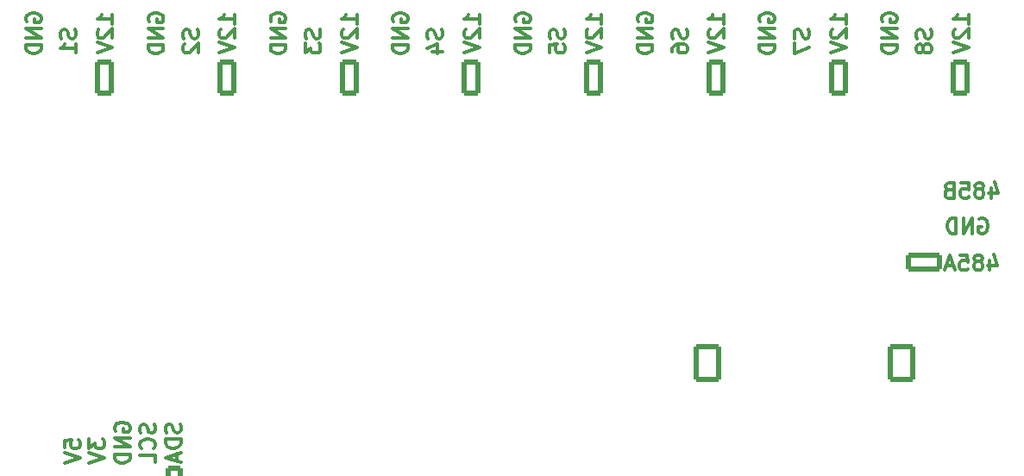
<source format=gbr>
%TF.GenerationSoftware,KiCad,Pcbnew,8.0.4*%
%TF.CreationDate,2024-11-13T17:28:34+01:00*%
%TF.ProjectId,esp32_octal_wled,65737033-325f-46f6-9374-616c5f776c65,rev?*%
%TF.SameCoordinates,Original*%
%TF.FileFunction,Legend,Bot*%
%TF.FilePolarity,Positive*%
%FSLAX46Y46*%
G04 Gerber Fmt 4.6, Leading zero omitted, Abs format (unit mm)*
G04 Created by KiCad (PCBNEW 8.0.4) date 2024-11-13 17:28:34*
%MOMM*%
%LPD*%
G01*
G04 APERTURE LIST*
G04 Aperture macros list*
%AMRoundRect*
0 Rectangle with rounded corners*
0 $1 Rounding radius*
0 $2 $3 $4 $5 $6 $7 $8 $9 X,Y pos of 4 corners*
0 Add a 4 corners polygon primitive as box body*
4,1,4,$2,$3,$4,$5,$6,$7,$8,$9,$2,$3,0*
0 Add four circle primitives for the rounded corners*
1,1,$1+$1,$2,$3*
1,1,$1+$1,$4,$5*
1,1,$1+$1,$6,$7*
1,1,$1+$1,$8,$9*
0 Add four rect primitives between the rounded corners*
20,1,$1+$1,$2,$3,$4,$5,0*
20,1,$1+$1,$4,$5,$6,$7,0*
20,1,$1+$1,$6,$7,$8,$9,0*
20,1,$1+$1,$8,$9,$2,$3,0*%
G04 Aperture macros list end*
%ADD10C,0.300000*%
%ADD11C,2.000000*%
%ADD12RoundRect,0.250000X0.650000X1.550000X-0.650000X1.550000X-0.650000X-1.550000X0.650000X-1.550000X0*%
%ADD13O,1.800000X3.600000*%
%ADD14C,3.200000*%
%ADD15C,3.000000*%
%ADD16RoundRect,0.250001X1.099999X1.599999X-1.099999X1.599999X-1.099999X-1.599999X1.099999X-1.599999X0*%
%ADD17O,2.700000X3.700000*%
%ADD18R,5.000000X5.000000*%
%ADD19C,1.600000*%
%ADD20O,1.400000X1.800000*%
%ADD21R,1.000000X1.000000*%
%ADD22O,1.000000X1.000000*%
%ADD23R,1.700000X1.700000*%
%ADD24O,1.700000X1.700000*%
%ADD25RoundRect,0.250000X1.550000X-0.650000X1.550000X0.650000X-1.550000X0.650000X-1.550000X-0.650000X0*%
%ADD26O,3.600000X1.800000*%
%ADD27RoundRect,0.250000X0.600000X0.725000X-0.600000X0.725000X-0.600000X-0.725000X0.600000X-0.725000X0*%
%ADD28O,1.700000X1.950000*%
G04 APERTURE END LIST*
D10*
X148492856Y-63778328D02*
X148492856Y-64778328D01*
X148849998Y-63206900D02*
X149207141Y-64278328D01*
X149207141Y-64278328D02*
X148278570Y-64278328D01*
X147492856Y-63921185D02*
X147635713Y-63849757D01*
X147635713Y-63849757D02*
X147707142Y-63778328D01*
X147707142Y-63778328D02*
X147778570Y-63635471D01*
X147778570Y-63635471D02*
X147778570Y-63564042D01*
X147778570Y-63564042D02*
X147707142Y-63421185D01*
X147707142Y-63421185D02*
X147635713Y-63349757D01*
X147635713Y-63349757D02*
X147492856Y-63278328D01*
X147492856Y-63278328D02*
X147207142Y-63278328D01*
X147207142Y-63278328D02*
X147064285Y-63349757D01*
X147064285Y-63349757D02*
X146992856Y-63421185D01*
X146992856Y-63421185D02*
X146921427Y-63564042D01*
X146921427Y-63564042D02*
X146921427Y-63635471D01*
X146921427Y-63635471D02*
X146992856Y-63778328D01*
X146992856Y-63778328D02*
X147064285Y-63849757D01*
X147064285Y-63849757D02*
X147207142Y-63921185D01*
X147207142Y-63921185D02*
X147492856Y-63921185D01*
X147492856Y-63921185D02*
X147635713Y-63992614D01*
X147635713Y-63992614D02*
X147707142Y-64064042D01*
X147707142Y-64064042D02*
X147778570Y-64206900D01*
X147778570Y-64206900D02*
X147778570Y-64492614D01*
X147778570Y-64492614D02*
X147707142Y-64635471D01*
X147707142Y-64635471D02*
X147635713Y-64706900D01*
X147635713Y-64706900D02*
X147492856Y-64778328D01*
X147492856Y-64778328D02*
X147207142Y-64778328D01*
X147207142Y-64778328D02*
X147064285Y-64706900D01*
X147064285Y-64706900D02*
X146992856Y-64635471D01*
X146992856Y-64635471D02*
X146921427Y-64492614D01*
X146921427Y-64492614D02*
X146921427Y-64206900D01*
X146921427Y-64206900D02*
X146992856Y-64064042D01*
X146992856Y-64064042D02*
X147064285Y-63992614D01*
X147064285Y-63992614D02*
X147207142Y-63921185D01*
X145564285Y-63278328D02*
X146278571Y-63278328D01*
X146278571Y-63278328D02*
X146349999Y-63992614D01*
X146349999Y-63992614D02*
X146278571Y-63921185D01*
X146278571Y-63921185D02*
X146135714Y-63849757D01*
X146135714Y-63849757D02*
X145778571Y-63849757D01*
X145778571Y-63849757D02*
X145635714Y-63921185D01*
X145635714Y-63921185D02*
X145564285Y-63992614D01*
X145564285Y-63992614D02*
X145492856Y-64135471D01*
X145492856Y-64135471D02*
X145492856Y-64492614D01*
X145492856Y-64492614D02*
X145564285Y-64635471D01*
X145564285Y-64635471D02*
X145635714Y-64706900D01*
X145635714Y-64706900D02*
X145778571Y-64778328D01*
X145778571Y-64778328D02*
X146135714Y-64778328D01*
X146135714Y-64778328D02*
X146278571Y-64706900D01*
X146278571Y-64706900D02*
X146349999Y-64635471D01*
X144350000Y-63992614D02*
X144135714Y-64064042D01*
X144135714Y-64064042D02*
X144064285Y-64135471D01*
X144064285Y-64135471D02*
X143992857Y-64278328D01*
X143992857Y-64278328D02*
X143992857Y-64492614D01*
X143992857Y-64492614D02*
X144064285Y-64635471D01*
X144064285Y-64635471D02*
X144135714Y-64706900D01*
X144135714Y-64706900D02*
X144278571Y-64778328D01*
X144278571Y-64778328D02*
X144850000Y-64778328D01*
X144850000Y-64778328D02*
X144850000Y-63278328D01*
X144850000Y-63278328D02*
X144350000Y-63278328D01*
X144350000Y-63278328D02*
X144207143Y-63349757D01*
X144207143Y-63349757D02*
X144135714Y-63421185D01*
X144135714Y-63421185D02*
X144064285Y-63564042D01*
X144064285Y-63564042D02*
X144064285Y-63706900D01*
X144064285Y-63706900D02*
X144135714Y-63849757D01*
X144135714Y-63849757D02*
X144207143Y-63921185D01*
X144207143Y-63921185D02*
X144350000Y-63992614D01*
X144350000Y-63992614D02*
X144850000Y-63992614D01*
X148385713Y-70878328D02*
X148385713Y-71878328D01*
X148742855Y-70306900D02*
X149099998Y-71378328D01*
X149099998Y-71378328D02*
X148171427Y-71378328D01*
X147385713Y-71021185D02*
X147528570Y-70949757D01*
X147528570Y-70949757D02*
X147599999Y-70878328D01*
X147599999Y-70878328D02*
X147671427Y-70735471D01*
X147671427Y-70735471D02*
X147671427Y-70664042D01*
X147671427Y-70664042D02*
X147599999Y-70521185D01*
X147599999Y-70521185D02*
X147528570Y-70449757D01*
X147528570Y-70449757D02*
X147385713Y-70378328D01*
X147385713Y-70378328D02*
X147099999Y-70378328D01*
X147099999Y-70378328D02*
X146957142Y-70449757D01*
X146957142Y-70449757D02*
X146885713Y-70521185D01*
X146885713Y-70521185D02*
X146814284Y-70664042D01*
X146814284Y-70664042D02*
X146814284Y-70735471D01*
X146814284Y-70735471D02*
X146885713Y-70878328D01*
X146885713Y-70878328D02*
X146957142Y-70949757D01*
X146957142Y-70949757D02*
X147099999Y-71021185D01*
X147099999Y-71021185D02*
X147385713Y-71021185D01*
X147385713Y-71021185D02*
X147528570Y-71092614D01*
X147528570Y-71092614D02*
X147599999Y-71164042D01*
X147599999Y-71164042D02*
X147671427Y-71306900D01*
X147671427Y-71306900D02*
X147671427Y-71592614D01*
X147671427Y-71592614D02*
X147599999Y-71735471D01*
X147599999Y-71735471D02*
X147528570Y-71806900D01*
X147528570Y-71806900D02*
X147385713Y-71878328D01*
X147385713Y-71878328D02*
X147099999Y-71878328D01*
X147099999Y-71878328D02*
X146957142Y-71806900D01*
X146957142Y-71806900D02*
X146885713Y-71735471D01*
X146885713Y-71735471D02*
X146814284Y-71592614D01*
X146814284Y-71592614D02*
X146814284Y-71306900D01*
X146814284Y-71306900D02*
X146885713Y-71164042D01*
X146885713Y-71164042D02*
X146957142Y-71092614D01*
X146957142Y-71092614D02*
X147099999Y-71021185D01*
X145457142Y-70378328D02*
X146171428Y-70378328D01*
X146171428Y-70378328D02*
X146242856Y-71092614D01*
X146242856Y-71092614D02*
X146171428Y-71021185D01*
X146171428Y-71021185D02*
X146028571Y-70949757D01*
X146028571Y-70949757D02*
X145671428Y-70949757D01*
X145671428Y-70949757D02*
X145528571Y-71021185D01*
X145528571Y-71021185D02*
X145457142Y-71092614D01*
X145457142Y-71092614D02*
X145385713Y-71235471D01*
X145385713Y-71235471D02*
X145385713Y-71592614D01*
X145385713Y-71592614D02*
X145457142Y-71735471D01*
X145457142Y-71735471D02*
X145528571Y-71806900D01*
X145528571Y-71806900D02*
X145671428Y-71878328D01*
X145671428Y-71878328D02*
X146028571Y-71878328D01*
X146028571Y-71878328D02*
X146171428Y-71806900D01*
X146171428Y-71806900D02*
X146242856Y-71735471D01*
X144814285Y-71449757D02*
X144100000Y-71449757D01*
X144957142Y-71878328D02*
X144457142Y-70378328D01*
X144457142Y-70378328D02*
X143957142Y-71878328D01*
X147342856Y-66849757D02*
X147485714Y-66778328D01*
X147485714Y-66778328D02*
X147699999Y-66778328D01*
X147699999Y-66778328D02*
X147914285Y-66849757D01*
X147914285Y-66849757D02*
X148057142Y-66992614D01*
X148057142Y-66992614D02*
X148128571Y-67135471D01*
X148128571Y-67135471D02*
X148199999Y-67421185D01*
X148199999Y-67421185D02*
X148199999Y-67635471D01*
X148199999Y-67635471D02*
X148128571Y-67921185D01*
X148128571Y-67921185D02*
X148057142Y-68064042D01*
X148057142Y-68064042D02*
X147914285Y-68206900D01*
X147914285Y-68206900D02*
X147699999Y-68278328D01*
X147699999Y-68278328D02*
X147557142Y-68278328D01*
X147557142Y-68278328D02*
X147342856Y-68206900D01*
X147342856Y-68206900D02*
X147271428Y-68135471D01*
X147271428Y-68135471D02*
X147271428Y-67635471D01*
X147271428Y-67635471D02*
X147557142Y-67635471D01*
X146628571Y-68278328D02*
X146628571Y-66778328D01*
X146628571Y-66778328D02*
X145771428Y-68278328D01*
X145771428Y-68278328D02*
X145771428Y-66778328D01*
X145057142Y-68278328D02*
X145057142Y-66778328D01*
X145057142Y-66778328D02*
X144699999Y-66778328D01*
X144699999Y-66778328D02*
X144485713Y-66849757D01*
X144485713Y-66849757D02*
X144342856Y-66992614D01*
X144342856Y-66992614D02*
X144271427Y-67135471D01*
X144271427Y-67135471D02*
X144199999Y-67421185D01*
X144199999Y-67421185D02*
X144199999Y-67635471D01*
X144199999Y-67635471D02*
X144271427Y-67921185D01*
X144271427Y-67921185D02*
X144342856Y-68064042D01*
X144342856Y-68064042D02*
X144485713Y-68206900D01*
X144485713Y-68206900D02*
X144699999Y-68278328D01*
X144699999Y-68278328D02*
X145057142Y-68278328D01*
X62549757Y-87657143D02*
X62478328Y-87514286D01*
X62478328Y-87514286D02*
X62478328Y-87300000D01*
X62478328Y-87300000D02*
X62549757Y-87085714D01*
X62549757Y-87085714D02*
X62692614Y-86942857D01*
X62692614Y-86942857D02*
X62835471Y-86871428D01*
X62835471Y-86871428D02*
X63121185Y-86800000D01*
X63121185Y-86800000D02*
X63335471Y-86800000D01*
X63335471Y-86800000D02*
X63621185Y-86871428D01*
X63621185Y-86871428D02*
X63764042Y-86942857D01*
X63764042Y-86942857D02*
X63906900Y-87085714D01*
X63906900Y-87085714D02*
X63978328Y-87300000D01*
X63978328Y-87300000D02*
X63978328Y-87442857D01*
X63978328Y-87442857D02*
X63906900Y-87657143D01*
X63906900Y-87657143D02*
X63835471Y-87728571D01*
X63835471Y-87728571D02*
X63335471Y-87728571D01*
X63335471Y-87728571D02*
X63335471Y-87442857D01*
X63978328Y-88371428D02*
X62478328Y-88371428D01*
X62478328Y-88371428D02*
X63978328Y-89228571D01*
X63978328Y-89228571D02*
X62478328Y-89228571D01*
X63978328Y-89942857D02*
X62478328Y-89942857D01*
X62478328Y-89942857D02*
X62478328Y-90300000D01*
X62478328Y-90300000D02*
X62549757Y-90514286D01*
X62549757Y-90514286D02*
X62692614Y-90657143D01*
X62692614Y-90657143D02*
X62835471Y-90728572D01*
X62835471Y-90728572D02*
X63121185Y-90800000D01*
X63121185Y-90800000D02*
X63335471Y-90800000D01*
X63335471Y-90800000D02*
X63621185Y-90728572D01*
X63621185Y-90728572D02*
X63764042Y-90657143D01*
X63764042Y-90657143D02*
X63906900Y-90514286D01*
X63906900Y-90514286D02*
X63978328Y-90300000D01*
X63978328Y-90300000D02*
X63978328Y-89942857D01*
X66406900Y-87014286D02*
X66478328Y-87228572D01*
X66478328Y-87228572D02*
X66478328Y-87585714D01*
X66478328Y-87585714D02*
X66406900Y-87728572D01*
X66406900Y-87728572D02*
X66335471Y-87800000D01*
X66335471Y-87800000D02*
X66192614Y-87871429D01*
X66192614Y-87871429D02*
X66049757Y-87871429D01*
X66049757Y-87871429D02*
X65906900Y-87800000D01*
X65906900Y-87800000D02*
X65835471Y-87728572D01*
X65835471Y-87728572D02*
X65764042Y-87585714D01*
X65764042Y-87585714D02*
X65692614Y-87300000D01*
X65692614Y-87300000D02*
X65621185Y-87157143D01*
X65621185Y-87157143D02*
X65549757Y-87085714D01*
X65549757Y-87085714D02*
X65406900Y-87014286D01*
X65406900Y-87014286D02*
X65264042Y-87014286D01*
X65264042Y-87014286D02*
X65121185Y-87085714D01*
X65121185Y-87085714D02*
X65049757Y-87157143D01*
X65049757Y-87157143D02*
X64978328Y-87300000D01*
X64978328Y-87300000D02*
X64978328Y-87657143D01*
X64978328Y-87657143D02*
X65049757Y-87871429D01*
X66335471Y-89371428D02*
X66406900Y-89300000D01*
X66406900Y-89300000D02*
X66478328Y-89085714D01*
X66478328Y-89085714D02*
X66478328Y-88942857D01*
X66478328Y-88942857D02*
X66406900Y-88728571D01*
X66406900Y-88728571D02*
X66264042Y-88585714D01*
X66264042Y-88585714D02*
X66121185Y-88514285D01*
X66121185Y-88514285D02*
X65835471Y-88442857D01*
X65835471Y-88442857D02*
X65621185Y-88442857D01*
X65621185Y-88442857D02*
X65335471Y-88514285D01*
X65335471Y-88514285D02*
X65192614Y-88585714D01*
X65192614Y-88585714D02*
X65049757Y-88728571D01*
X65049757Y-88728571D02*
X64978328Y-88942857D01*
X64978328Y-88942857D02*
X64978328Y-89085714D01*
X64978328Y-89085714D02*
X65049757Y-89300000D01*
X65049757Y-89300000D02*
X65121185Y-89371428D01*
X66478328Y-90728571D02*
X66478328Y-90014285D01*
X66478328Y-90014285D02*
X64978328Y-90014285D01*
X68906900Y-86978572D02*
X68978328Y-87192858D01*
X68978328Y-87192858D02*
X68978328Y-87550000D01*
X68978328Y-87550000D02*
X68906900Y-87692858D01*
X68906900Y-87692858D02*
X68835471Y-87764286D01*
X68835471Y-87764286D02*
X68692614Y-87835715D01*
X68692614Y-87835715D02*
X68549757Y-87835715D01*
X68549757Y-87835715D02*
X68406900Y-87764286D01*
X68406900Y-87764286D02*
X68335471Y-87692858D01*
X68335471Y-87692858D02*
X68264042Y-87550000D01*
X68264042Y-87550000D02*
X68192614Y-87264286D01*
X68192614Y-87264286D02*
X68121185Y-87121429D01*
X68121185Y-87121429D02*
X68049757Y-87050000D01*
X68049757Y-87050000D02*
X67906900Y-86978572D01*
X67906900Y-86978572D02*
X67764042Y-86978572D01*
X67764042Y-86978572D02*
X67621185Y-87050000D01*
X67621185Y-87050000D02*
X67549757Y-87121429D01*
X67549757Y-87121429D02*
X67478328Y-87264286D01*
X67478328Y-87264286D02*
X67478328Y-87621429D01*
X67478328Y-87621429D02*
X67549757Y-87835715D01*
X68978328Y-88478571D02*
X67478328Y-88478571D01*
X67478328Y-88478571D02*
X67478328Y-88835714D01*
X67478328Y-88835714D02*
X67549757Y-89050000D01*
X67549757Y-89050000D02*
X67692614Y-89192857D01*
X67692614Y-89192857D02*
X67835471Y-89264286D01*
X67835471Y-89264286D02*
X68121185Y-89335714D01*
X68121185Y-89335714D02*
X68335471Y-89335714D01*
X68335471Y-89335714D02*
X68621185Y-89264286D01*
X68621185Y-89264286D02*
X68764042Y-89192857D01*
X68764042Y-89192857D02*
X68906900Y-89050000D01*
X68906900Y-89050000D02*
X68978328Y-88835714D01*
X68978328Y-88835714D02*
X68978328Y-88478571D01*
X68549757Y-89907143D02*
X68549757Y-90621429D01*
X68978328Y-89764286D02*
X67478328Y-90264286D01*
X67478328Y-90264286D02*
X68978328Y-90764286D01*
X59978328Y-88457143D02*
X59978328Y-89385715D01*
X59978328Y-89385715D02*
X60549757Y-88885715D01*
X60549757Y-88885715D02*
X60549757Y-89100000D01*
X60549757Y-89100000D02*
X60621185Y-89242858D01*
X60621185Y-89242858D02*
X60692614Y-89314286D01*
X60692614Y-89314286D02*
X60835471Y-89385715D01*
X60835471Y-89385715D02*
X61192614Y-89385715D01*
X61192614Y-89385715D02*
X61335471Y-89314286D01*
X61335471Y-89314286D02*
X61406900Y-89242858D01*
X61406900Y-89242858D02*
X61478328Y-89100000D01*
X61478328Y-89100000D02*
X61478328Y-88671429D01*
X61478328Y-88671429D02*
X61406900Y-88528572D01*
X61406900Y-88528572D02*
X61335471Y-88457143D01*
X59978328Y-89814286D02*
X61478328Y-90314286D01*
X61478328Y-90314286D02*
X59978328Y-90814286D01*
X57578328Y-89314286D02*
X57578328Y-88600000D01*
X57578328Y-88600000D02*
X58292614Y-88528572D01*
X58292614Y-88528572D02*
X58221185Y-88600000D01*
X58221185Y-88600000D02*
X58149757Y-88742858D01*
X58149757Y-88742858D02*
X58149757Y-89100000D01*
X58149757Y-89100000D02*
X58221185Y-89242858D01*
X58221185Y-89242858D02*
X58292614Y-89314286D01*
X58292614Y-89314286D02*
X58435471Y-89385715D01*
X58435471Y-89385715D02*
X58792614Y-89385715D01*
X58792614Y-89385715D02*
X58935471Y-89314286D01*
X58935471Y-89314286D02*
X59006900Y-89242858D01*
X59006900Y-89242858D02*
X59078328Y-89100000D01*
X59078328Y-89100000D02*
X59078328Y-88742858D01*
X59078328Y-88742858D02*
X59006900Y-88600000D01*
X59006900Y-88600000D02*
X58935471Y-88528572D01*
X57578328Y-89814286D02*
X59078328Y-90314286D01*
X59078328Y-90314286D02*
X57578328Y-90814286D01*
X137849757Y-47457143D02*
X137778328Y-47314286D01*
X137778328Y-47314286D02*
X137778328Y-47100000D01*
X137778328Y-47100000D02*
X137849757Y-46885714D01*
X137849757Y-46885714D02*
X137992614Y-46742857D01*
X137992614Y-46742857D02*
X138135471Y-46671428D01*
X138135471Y-46671428D02*
X138421185Y-46600000D01*
X138421185Y-46600000D02*
X138635471Y-46600000D01*
X138635471Y-46600000D02*
X138921185Y-46671428D01*
X138921185Y-46671428D02*
X139064042Y-46742857D01*
X139064042Y-46742857D02*
X139206900Y-46885714D01*
X139206900Y-46885714D02*
X139278328Y-47100000D01*
X139278328Y-47100000D02*
X139278328Y-47242857D01*
X139278328Y-47242857D02*
X139206900Y-47457143D01*
X139206900Y-47457143D02*
X139135471Y-47528571D01*
X139135471Y-47528571D02*
X138635471Y-47528571D01*
X138635471Y-47528571D02*
X138635471Y-47242857D01*
X139278328Y-48171428D02*
X137778328Y-48171428D01*
X137778328Y-48171428D02*
X139278328Y-49028571D01*
X139278328Y-49028571D02*
X137778328Y-49028571D01*
X139278328Y-49742857D02*
X137778328Y-49742857D01*
X137778328Y-49742857D02*
X137778328Y-50100000D01*
X137778328Y-50100000D02*
X137849757Y-50314286D01*
X137849757Y-50314286D02*
X137992614Y-50457143D01*
X137992614Y-50457143D02*
X138135471Y-50528572D01*
X138135471Y-50528572D02*
X138421185Y-50600000D01*
X138421185Y-50600000D02*
X138635471Y-50600000D01*
X138635471Y-50600000D02*
X138921185Y-50528572D01*
X138921185Y-50528572D02*
X139064042Y-50457143D01*
X139064042Y-50457143D02*
X139206900Y-50314286D01*
X139206900Y-50314286D02*
X139278328Y-50100000D01*
X139278328Y-50100000D02*
X139278328Y-49742857D01*
X142606900Y-48257143D02*
X142678328Y-48471429D01*
X142678328Y-48471429D02*
X142678328Y-48828571D01*
X142678328Y-48828571D02*
X142606900Y-48971429D01*
X142606900Y-48971429D02*
X142535471Y-49042857D01*
X142535471Y-49042857D02*
X142392614Y-49114286D01*
X142392614Y-49114286D02*
X142249757Y-49114286D01*
X142249757Y-49114286D02*
X142106900Y-49042857D01*
X142106900Y-49042857D02*
X142035471Y-48971429D01*
X142035471Y-48971429D02*
X141964042Y-48828571D01*
X141964042Y-48828571D02*
X141892614Y-48542857D01*
X141892614Y-48542857D02*
X141821185Y-48400000D01*
X141821185Y-48400000D02*
X141749757Y-48328571D01*
X141749757Y-48328571D02*
X141606900Y-48257143D01*
X141606900Y-48257143D02*
X141464042Y-48257143D01*
X141464042Y-48257143D02*
X141321185Y-48328571D01*
X141321185Y-48328571D02*
X141249757Y-48400000D01*
X141249757Y-48400000D02*
X141178328Y-48542857D01*
X141178328Y-48542857D02*
X141178328Y-48900000D01*
X141178328Y-48900000D02*
X141249757Y-49114286D01*
X141821185Y-49971428D02*
X141749757Y-49828571D01*
X141749757Y-49828571D02*
X141678328Y-49757142D01*
X141678328Y-49757142D02*
X141535471Y-49685714D01*
X141535471Y-49685714D02*
X141464042Y-49685714D01*
X141464042Y-49685714D02*
X141321185Y-49757142D01*
X141321185Y-49757142D02*
X141249757Y-49828571D01*
X141249757Y-49828571D02*
X141178328Y-49971428D01*
X141178328Y-49971428D02*
X141178328Y-50257142D01*
X141178328Y-50257142D02*
X141249757Y-50400000D01*
X141249757Y-50400000D02*
X141321185Y-50471428D01*
X141321185Y-50471428D02*
X141464042Y-50542857D01*
X141464042Y-50542857D02*
X141535471Y-50542857D01*
X141535471Y-50542857D02*
X141678328Y-50471428D01*
X141678328Y-50471428D02*
X141749757Y-50400000D01*
X141749757Y-50400000D02*
X141821185Y-50257142D01*
X141821185Y-50257142D02*
X141821185Y-49971428D01*
X141821185Y-49971428D02*
X141892614Y-49828571D01*
X141892614Y-49828571D02*
X141964042Y-49757142D01*
X141964042Y-49757142D02*
X142106900Y-49685714D01*
X142106900Y-49685714D02*
X142392614Y-49685714D01*
X142392614Y-49685714D02*
X142535471Y-49757142D01*
X142535471Y-49757142D02*
X142606900Y-49828571D01*
X142606900Y-49828571D02*
X142678328Y-49971428D01*
X142678328Y-49971428D02*
X142678328Y-50257142D01*
X142678328Y-50257142D02*
X142606900Y-50400000D01*
X142606900Y-50400000D02*
X142535471Y-50471428D01*
X142535471Y-50471428D02*
X142392614Y-50542857D01*
X142392614Y-50542857D02*
X142106900Y-50542857D01*
X142106900Y-50542857D02*
X141964042Y-50471428D01*
X141964042Y-50471428D02*
X141892614Y-50400000D01*
X141892614Y-50400000D02*
X141821185Y-50257142D01*
X146278328Y-47671429D02*
X146278328Y-46814286D01*
X146278328Y-47242857D02*
X144778328Y-47242857D01*
X144778328Y-47242857D02*
X144992614Y-47100000D01*
X144992614Y-47100000D02*
X145135471Y-46957143D01*
X145135471Y-46957143D02*
X145206900Y-46814286D01*
X144921185Y-48242857D02*
X144849757Y-48314285D01*
X144849757Y-48314285D02*
X144778328Y-48457143D01*
X144778328Y-48457143D02*
X144778328Y-48814285D01*
X144778328Y-48814285D02*
X144849757Y-48957143D01*
X144849757Y-48957143D02*
X144921185Y-49028571D01*
X144921185Y-49028571D02*
X145064042Y-49100000D01*
X145064042Y-49100000D02*
X145206900Y-49100000D01*
X145206900Y-49100000D02*
X145421185Y-49028571D01*
X145421185Y-49028571D02*
X146278328Y-48171428D01*
X146278328Y-48171428D02*
X146278328Y-49100000D01*
X144778328Y-49528571D02*
X146278328Y-50028571D01*
X146278328Y-50028571D02*
X144778328Y-50528571D01*
X130606900Y-48257143D02*
X130678328Y-48471429D01*
X130678328Y-48471429D02*
X130678328Y-48828571D01*
X130678328Y-48828571D02*
X130606900Y-48971429D01*
X130606900Y-48971429D02*
X130535471Y-49042857D01*
X130535471Y-49042857D02*
X130392614Y-49114286D01*
X130392614Y-49114286D02*
X130249757Y-49114286D01*
X130249757Y-49114286D02*
X130106900Y-49042857D01*
X130106900Y-49042857D02*
X130035471Y-48971429D01*
X130035471Y-48971429D02*
X129964042Y-48828571D01*
X129964042Y-48828571D02*
X129892614Y-48542857D01*
X129892614Y-48542857D02*
X129821185Y-48400000D01*
X129821185Y-48400000D02*
X129749757Y-48328571D01*
X129749757Y-48328571D02*
X129606900Y-48257143D01*
X129606900Y-48257143D02*
X129464042Y-48257143D01*
X129464042Y-48257143D02*
X129321185Y-48328571D01*
X129321185Y-48328571D02*
X129249757Y-48400000D01*
X129249757Y-48400000D02*
X129178328Y-48542857D01*
X129178328Y-48542857D02*
X129178328Y-48900000D01*
X129178328Y-48900000D02*
X129249757Y-49114286D01*
X129178328Y-49614285D02*
X129178328Y-50614285D01*
X129178328Y-50614285D02*
X130678328Y-49971428D01*
X125849757Y-47457143D02*
X125778328Y-47314286D01*
X125778328Y-47314286D02*
X125778328Y-47100000D01*
X125778328Y-47100000D02*
X125849757Y-46885714D01*
X125849757Y-46885714D02*
X125992614Y-46742857D01*
X125992614Y-46742857D02*
X126135471Y-46671428D01*
X126135471Y-46671428D02*
X126421185Y-46600000D01*
X126421185Y-46600000D02*
X126635471Y-46600000D01*
X126635471Y-46600000D02*
X126921185Y-46671428D01*
X126921185Y-46671428D02*
X127064042Y-46742857D01*
X127064042Y-46742857D02*
X127206900Y-46885714D01*
X127206900Y-46885714D02*
X127278328Y-47100000D01*
X127278328Y-47100000D02*
X127278328Y-47242857D01*
X127278328Y-47242857D02*
X127206900Y-47457143D01*
X127206900Y-47457143D02*
X127135471Y-47528571D01*
X127135471Y-47528571D02*
X126635471Y-47528571D01*
X126635471Y-47528571D02*
X126635471Y-47242857D01*
X127278328Y-48171428D02*
X125778328Y-48171428D01*
X125778328Y-48171428D02*
X127278328Y-49028571D01*
X127278328Y-49028571D02*
X125778328Y-49028571D01*
X127278328Y-49742857D02*
X125778328Y-49742857D01*
X125778328Y-49742857D02*
X125778328Y-50100000D01*
X125778328Y-50100000D02*
X125849757Y-50314286D01*
X125849757Y-50314286D02*
X125992614Y-50457143D01*
X125992614Y-50457143D02*
X126135471Y-50528572D01*
X126135471Y-50528572D02*
X126421185Y-50600000D01*
X126421185Y-50600000D02*
X126635471Y-50600000D01*
X126635471Y-50600000D02*
X126921185Y-50528572D01*
X126921185Y-50528572D02*
X127064042Y-50457143D01*
X127064042Y-50457143D02*
X127206900Y-50314286D01*
X127206900Y-50314286D02*
X127278328Y-50100000D01*
X127278328Y-50100000D02*
X127278328Y-49742857D01*
X134278328Y-47671429D02*
X134278328Y-46814286D01*
X134278328Y-47242857D02*
X132778328Y-47242857D01*
X132778328Y-47242857D02*
X132992614Y-47100000D01*
X132992614Y-47100000D02*
X133135471Y-46957143D01*
X133135471Y-46957143D02*
X133206900Y-46814286D01*
X132921185Y-48242857D02*
X132849757Y-48314285D01*
X132849757Y-48314285D02*
X132778328Y-48457143D01*
X132778328Y-48457143D02*
X132778328Y-48814285D01*
X132778328Y-48814285D02*
X132849757Y-48957143D01*
X132849757Y-48957143D02*
X132921185Y-49028571D01*
X132921185Y-49028571D02*
X133064042Y-49100000D01*
X133064042Y-49100000D02*
X133206900Y-49100000D01*
X133206900Y-49100000D02*
X133421185Y-49028571D01*
X133421185Y-49028571D02*
X134278328Y-48171428D01*
X134278328Y-48171428D02*
X134278328Y-49100000D01*
X132778328Y-49528571D02*
X134278328Y-50028571D01*
X134278328Y-50028571D02*
X132778328Y-50528571D01*
X122278328Y-47671429D02*
X122278328Y-46814286D01*
X122278328Y-47242857D02*
X120778328Y-47242857D01*
X120778328Y-47242857D02*
X120992614Y-47100000D01*
X120992614Y-47100000D02*
X121135471Y-46957143D01*
X121135471Y-46957143D02*
X121206900Y-46814286D01*
X120921185Y-48242857D02*
X120849757Y-48314285D01*
X120849757Y-48314285D02*
X120778328Y-48457143D01*
X120778328Y-48457143D02*
X120778328Y-48814285D01*
X120778328Y-48814285D02*
X120849757Y-48957143D01*
X120849757Y-48957143D02*
X120921185Y-49028571D01*
X120921185Y-49028571D02*
X121064042Y-49100000D01*
X121064042Y-49100000D02*
X121206900Y-49100000D01*
X121206900Y-49100000D02*
X121421185Y-49028571D01*
X121421185Y-49028571D02*
X122278328Y-48171428D01*
X122278328Y-48171428D02*
X122278328Y-49100000D01*
X120778328Y-49528571D02*
X122278328Y-50028571D01*
X122278328Y-50028571D02*
X120778328Y-50528571D01*
X113849757Y-47457143D02*
X113778328Y-47314286D01*
X113778328Y-47314286D02*
X113778328Y-47100000D01*
X113778328Y-47100000D02*
X113849757Y-46885714D01*
X113849757Y-46885714D02*
X113992614Y-46742857D01*
X113992614Y-46742857D02*
X114135471Y-46671428D01*
X114135471Y-46671428D02*
X114421185Y-46600000D01*
X114421185Y-46600000D02*
X114635471Y-46600000D01*
X114635471Y-46600000D02*
X114921185Y-46671428D01*
X114921185Y-46671428D02*
X115064042Y-46742857D01*
X115064042Y-46742857D02*
X115206900Y-46885714D01*
X115206900Y-46885714D02*
X115278328Y-47100000D01*
X115278328Y-47100000D02*
X115278328Y-47242857D01*
X115278328Y-47242857D02*
X115206900Y-47457143D01*
X115206900Y-47457143D02*
X115135471Y-47528571D01*
X115135471Y-47528571D02*
X114635471Y-47528571D01*
X114635471Y-47528571D02*
X114635471Y-47242857D01*
X115278328Y-48171428D02*
X113778328Y-48171428D01*
X113778328Y-48171428D02*
X115278328Y-49028571D01*
X115278328Y-49028571D02*
X113778328Y-49028571D01*
X115278328Y-49742857D02*
X113778328Y-49742857D01*
X113778328Y-49742857D02*
X113778328Y-50100000D01*
X113778328Y-50100000D02*
X113849757Y-50314286D01*
X113849757Y-50314286D02*
X113992614Y-50457143D01*
X113992614Y-50457143D02*
X114135471Y-50528572D01*
X114135471Y-50528572D02*
X114421185Y-50600000D01*
X114421185Y-50600000D02*
X114635471Y-50600000D01*
X114635471Y-50600000D02*
X114921185Y-50528572D01*
X114921185Y-50528572D02*
X115064042Y-50457143D01*
X115064042Y-50457143D02*
X115206900Y-50314286D01*
X115206900Y-50314286D02*
X115278328Y-50100000D01*
X115278328Y-50100000D02*
X115278328Y-49742857D01*
X118606900Y-48257143D02*
X118678328Y-48471429D01*
X118678328Y-48471429D02*
X118678328Y-48828571D01*
X118678328Y-48828571D02*
X118606900Y-48971429D01*
X118606900Y-48971429D02*
X118535471Y-49042857D01*
X118535471Y-49042857D02*
X118392614Y-49114286D01*
X118392614Y-49114286D02*
X118249757Y-49114286D01*
X118249757Y-49114286D02*
X118106900Y-49042857D01*
X118106900Y-49042857D02*
X118035471Y-48971429D01*
X118035471Y-48971429D02*
X117964042Y-48828571D01*
X117964042Y-48828571D02*
X117892614Y-48542857D01*
X117892614Y-48542857D02*
X117821185Y-48400000D01*
X117821185Y-48400000D02*
X117749757Y-48328571D01*
X117749757Y-48328571D02*
X117606900Y-48257143D01*
X117606900Y-48257143D02*
X117464042Y-48257143D01*
X117464042Y-48257143D02*
X117321185Y-48328571D01*
X117321185Y-48328571D02*
X117249757Y-48400000D01*
X117249757Y-48400000D02*
X117178328Y-48542857D01*
X117178328Y-48542857D02*
X117178328Y-48900000D01*
X117178328Y-48900000D02*
X117249757Y-49114286D01*
X117178328Y-50400000D02*
X117178328Y-50114285D01*
X117178328Y-50114285D02*
X117249757Y-49971428D01*
X117249757Y-49971428D02*
X117321185Y-49900000D01*
X117321185Y-49900000D02*
X117535471Y-49757142D01*
X117535471Y-49757142D02*
X117821185Y-49685714D01*
X117821185Y-49685714D02*
X118392614Y-49685714D01*
X118392614Y-49685714D02*
X118535471Y-49757142D01*
X118535471Y-49757142D02*
X118606900Y-49828571D01*
X118606900Y-49828571D02*
X118678328Y-49971428D01*
X118678328Y-49971428D02*
X118678328Y-50257142D01*
X118678328Y-50257142D02*
X118606900Y-50400000D01*
X118606900Y-50400000D02*
X118535471Y-50471428D01*
X118535471Y-50471428D02*
X118392614Y-50542857D01*
X118392614Y-50542857D02*
X118035471Y-50542857D01*
X118035471Y-50542857D02*
X117892614Y-50471428D01*
X117892614Y-50471428D02*
X117821185Y-50400000D01*
X117821185Y-50400000D02*
X117749757Y-50257142D01*
X117749757Y-50257142D02*
X117749757Y-49971428D01*
X117749757Y-49971428D02*
X117821185Y-49828571D01*
X117821185Y-49828571D02*
X117892614Y-49757142D01*
X117892614Y-49757142D02*
X118035471Y-49685714D01*
X106606900Y-48257143D02*
X106678328Y-48471429D01*
X106678328Y-48471429D02*
X106678328Y-48828571D01*
X106678328Y-48828571D02*
X106606900Y-48971429D01*
X106606900Y-48971429D02*
X106535471Y-49042857D01*
X106535471Y-49042857D02*
X106392614Y-49114286D01*
X106392614Y-49114286D02*
X106249757Y-49114286D01*
X106249757Y-49114286D02*
X106106900Y-49042857D01*
X106106900Y-49042857D02*
X106035471Y-48971429D01*
X106035471Y-48971429D02*
X105964042Y-48828571D01*
X105964042Y-48828571D02*
X105892614Y-48542857D01*
X105892614Y-48542857D02*
X105821185Y-48400000D01*
X105821185Y-48400000D02*
X105749757Y-48328571D01*
X105749757Y-48328571D02*
X105606900Y-48257143D01*
X105606900Y-48257143D02*
X105464042Y-48257143D01*
X105464042Y-48257143D02*
X105321185Y-48328571D01*
X105321185Y-48328571D02*
X105249757Y-48400000D01*
X105249757Y-48400000D02*
X105178328Y-48542857D01*
X105178328Y-48542857D02*
X105178328Y-48900000D01*
X105178328Y-48900000D02*
X105249757Y-49114286D01*
X105178328Y-50471428D02*
X105178328Y-49757142D01*
X105178328Y-49757142D02*
X105892614Y-49685714D01*
X105892614Y-49685714D02*
X105821185Y-49757142D01*
X105821185Y-49757142D02*
X105749757Y-49900000D01*
X105749757Y-49900000D02*
X105749757Y-50257142D01*
X105749757Y-50257142D02*
X105821185Y-50400000D01*
X105821185Y-50400000D02*
X105892614Y-50471428D01*
X105892614Y-50471428D02*
X106035471Y-50542857D01*
X106035471Y-50542857D02*
X106392614Y-50542857D01*
X106392614Y-50542857D02*
X106535471Y-50471428D01*
X106535471Y-50471428D02*
X106606900Y-50400000D01*
X106606900Y-50400000D02*
X106678328Y-50257142D01*
X106678328Y-50257142D02*
X106678328Y-49900000D01*
X106678328Y-49900000D02*
X106606900Y-49757142D01*
X106606900Y-49757142D02*
X106535471Y-49685714D01*
X110278328Y-47671429D02*
X110278328Y-46814286D01*
X110278328Y-47242857D02*
X108778328Y-47242857D01*
X108778328Y-47242857D02*
X108992614Y-47100000D01*
X108992614Y-47100000D02*
X109135471Y-46957143D01*
X109135471Y-46957143D02*
X109206900Y-46814286D01*
X108921185Y-48242857D02*
X108849757Y-48314285D01*
X108849757Y-48314285D02*
X108778328Y-48457143D01*
X108778328Y-48457143D02*
X108778328Y-48814285D01*
X108778328Y-48814285D02*
X108849757Y-48957143D01*
X108849757Y-48957143D02*
X108921185Y-49028571D01*
X108921185Y-49028571D02*
X109064042Y-49100000D01*
X109064042Y-49100000D02*
X109206900Y-49100000D01*
X109206900Y-49100000D02*
X109421185Y-49028571D01*
X109421185Y-49028571D02*
X110278328Y-48171428D01*
X110278328Y-48171428D02*
X110278328Y-49100000D01*
X108778328Y-49528571D02*
X110278328Y-50028571D01*
X110278328Y-50028571D02*
X108778328Y-50528571D01*
X101849757Y-47457143D02*
X101778328Y-47314286D01*
X101778328Y-47314286D02*
X101778328Y-47100000D01*
X101778328Y-47100000D02*
X101849757Y-46885714D01*
X101849757Y-46885714D02*
X101992614Y-46742857D01*
X101992614Y-46742857D02*
X102135471Y-46671428D01*
X102135471Y-46671428D02*
X102421185Y-46600000D01*
X102421185Y-46600000D02*
X102635471Y-46600000D01*
X102635471Y-46600000D02*
X102921185Y-46671428D01*
X102921185Y-46671428D02*
X103064042Y-46742857D01*
X103064042Y-46742857D02*
X103206900Y-46885714D01*
X103206900Y-46885714D02*
X103278328Y-47100000D01*
X103278328Y-47100000D02*
X103278328Y-47242857D01*
X103278328Y-47242857D02*
X103206900Y-47457143D01*
X103206900Y-47457143D02*
X103135471Y-47528571D01*
X103135471Y-47528571D02*
X102635471Y-47528571D01*
X102635471Y-47528571D02*
X102635471Y-47242857D01*
X103278328Y-48171428D02*
X101778328Y-48171428D01*
X101778328Y-48171428D02*
X103278328Y-49028571D01*
X103278328Y-49028571D02*
X101778328Y-49028571D01*
X103278328Y-49742857D02*
X101778328Y-49742857D01*
X101778328Y-49742857D02*
X101778328Y-50100000D01*
X101778328Y-50100000D02*
X101849757Y-50314286D01*
X101849757Y-50314286D02*
X101992614Y-50457143D01*
X101992614Y-50457143D02*
X102135471Y-50528572D01*
X102135471Y-50528572D02*
X102421185Y-50600000D01*
X102421185Y-50600000D02*
X102635471Y-50600000D01*
X102635471Y-50600000D02*
X102921185Y-50528572D01*
X102921185Y-50528572D02*
X103064042Y-50457143D01*
X103064042Y-50457143D02*
X103206900Y-50314286D01*
X103206900Y-50314286D02*
X103278328Y-50100000D01*
X103278328Y-50100000D02*
X103278328Y-49742857D01*
X94606900Y-48257143D02*
X94678328Y-48471429D01*
X94678328Y-48471429D02*
X94678328Y-48828571D01*
X94678328Y-48828571D02*
X94606900Y-48971429D01*
X94606900Y-48971429D02*
X94535471Y-49042857D01*
X94535471Y-49042857D02*
X94392614Y-49114286D01*
X94392614Y-49114286D02*
X94249757Y-49114286D01*
X94249757Y-49114286D02*
X94106900Y-49042857D01*
X94106900Y-49042857D02*
X94035471Y-48971429D01*
X94035471Y-48971429D02*
X93964042Y-48828571D01*
X93964042Y-48828571D02*
X93892614Y-48542857D01*
X93892614Y-48542857D02*
X93821185Y-48400000D01*
X93821185Y-48400000D02*
X93749757Y-48328571D01*
X93749757Y-48328571D02*
X93606900Y-48257143D01*
X93606900Y-48257143D02*
X93464042Y-48257143D01*
X93464042Y-48257143D02*
X93321185Y-48328571D01*
X93321185Y-48328571D02*
X93249757Y-48400000D01*
X93249757Y-48400000D02*
X93178328Y-48542857D01*
X93178328Y-48542857D02*
X93178328Y-48900000D01*
X93178328Y-48900000D02*
X93249757Y-49114286D01*
X93678328Y-50400000D02*
X94678328Y-50400000D01*
X93106900Y-50042857D02*
X94178328Y-49685714D01*
X94178328Y-49685714D02*
X94178328Y-50614285D01*
X98278328Y-47671429D02*
X98278328Y-46814286D01*
X98278328Y-47242857D02*
X96778328Y-47242857D01*
X96778328Y-47242857D02*
X96992614Y-47100000D01*
X96992614Y-47100000D02*
X97135471Y-46957143D01*
X97135471Y-46957143D02*
X97206900Y-46814286D01*
X96921185Y-48242857D02*
X96849757Y-48314285D01*
X96849757Y-48314285D02*
X96778328Y-48457143D01*
X96778328Y-48457143D02*
X96778328Y-48814285D01*
X96778328Y-48814285D02*
X96849757Y-48957143D01*
X96849757Y-48957143D02*
X96921185Y-49028571D01*
X96921185Y-49028571D02*
X97064042Y-49100000D01*
X97064042Y-49100000D02*
X97206900Y-49100000D01*
X97206900Y-49100000D02*
X97421185Y-49028571D01*
X97421185Y-49028571D02*
X98278328Y-48171428D01*
X98278328Y-48171428D02*
X98278328Y-49100000D01*
X96778328Y-49528571D02*
X98278328Y-50028571D01*
X98278328Y-50028571D02*
X96778328Y-50528571D01*
X89849757Y-47457143D02*
X89778328Y-47314286D01*
X89778328Y-47314286D02*
X89778328Y-47100000D01*
X89778328Y-47100000D02*
X89849757Y-46885714D01*
X89849757Y-46885714D02*
X89992614Y-46742857D01*
X89992614Y-46742857D02*
X90135471Y-46671428D01*
X90135471Y-46671428D02*
X90421185Y-46600000D01*
X90421185Y-46600000D02*
X90635471Y-46600000D01*
X90635471Y-46600000D02*
X90921185Y-46671428D01*
X90921185Y-46671428D02*
X91064042Y-46742857D01*
X91064042Y-46742857D02*
X91206900Y-46885714D01*
X91206900Y-46885714D02*
X91278328Y-47100000D01*
X91278328Y-47100000D02*
X91278328Y-47242857D01*
X91278328Y-47242857D02*
X91206900Y-47457143D01*
X91206900Y-47457143D02*
X91135471Y-47528571D01*
X91135471Y-47528571D02*
X90635471Y-47528571D01*
X90635471Y-47528571D02*
X90635471Y-47242857D01*
X91278328Y-48171428D02*
X89778328Y-48171428D01*
X89778328Y-48171428D02*
X91278328Y-49028571D01*
X91278328Y-49028571D02*
X89778328Y-49028571D01*
X91278328Y-49742857D02*
X89778328Y-49742857D01*
X89778328Y-49742857D02*
X89778328Y-50100000D01*
X89778328Y-50100000D02*
X89849757Y-50314286D01*
X89849757Y-50314286D02*
X89992614Y-50457143D01*
X89992614Y-50457143D02*
X90135471Y-50528572D01*
X90135471Y-50528572D02*
X90421185Y-50600000D01*
X90421185Y-50600000D02*
X90635471Y-50600000D01*
X90635471Y-50600000D02*
X90921185Y-50528572D01*
X90921185Y-50528572D02*
X91064042Y-50457143D01*
X91064042Y-50457143D02*
X91206900Y-50314286D01*
X91206900Y-50314286D02*
X91278328Y-50100000D01*
X91278328Y-50100000D02*
X91278328Y-49742857D01*
X86278328Y-47671429D02*
X86278328Y-46814286D01*
X86278328Y-47242857D02*
X84778328Y-47242857D01*
X84778328Y-47242857D02*
X84992614Y-47100000D01*
X84992614Y-47100000D02*
X85135471Y-46957143D01*
X85135471Y-46957143D02*
X85206900Y-46814286D01*
X84921185Y-48242857D02*
X84849757Y-48314285D01*
X84849757Y-48314285D02*
X84778328Y-48457143D01*
X84778328Y-48457143D02*
X84778328Y-48814285D01*
X84778328Y-48814285D02*
X84849757Y-48957143D01*
X84849757Y-48957143D02*
X84921185Y-49028571D01*
X84921185Y-49028571D02*
X85064042Y-49100000D01*
X85064042Y-49100000D02*
X85206900Y-49100000D01*
X85206900Y-49100000D02*
X85421185Y-49028571D01*
X85421185Y-49028571D02*
X86278328Y-48171428D01*
X86278328Y-48171428D02*
X86278328Y-49100000D01*
X84778328Y-49528571D02*
X86278328Y-50028571D01*
X86278328Y-50028571D02*
X84778328Y-50528571D01*
X82606900Y-48257143D02*
X82678328Y-48471429D01*
X82678328Y-48471429D02*
X82678328Y-48828571D01*
X82678328Y-48828571D02*
X82606900Y-48971429D01*
X82606900Y-48971429D02*
X82535471Y-49042857D01*
X82535471Y-49042857D02*
X82392614Y-49114286D01*
X82392614Y-49114286D02*
X82249757Y-49114286D01*
X82249757Y-49114286D02*
X82106900Y-49042857D01*
X82106900Y-49042857D02*
X82035471Y-48971429D01*
X82035471Y-48971429D02*
X81964042Y-48828571D01*
X81964042Y-48828571D02*
X81892614Y-48542857D01*
X81892614Y-48542857D02*
X81821185Y-48400000D01*
X81821185Y-48400000D02*
X81749757Y-48328571D01*
X81749757Y-48328571D02*
X81606900Y-48257143D01*
X81606900Y-48257143D02*
X81464042Y-48257143D01*
X81464042Y-48257143D02*
X81321185Y-48328571D01*
X81321185Y-48328571D02*
X81249757Y-48400000D01*
X81249757Y-48400000D02*
X81178328Y-48542857D01*
X81178328Y-48542857D02*
X81178328Y-48900000D01*
X81178328Y-48900000D02*
X81249757Y-49114286D01*
X81178328Y-49614285D02*
X81178328Y-50542857D01*
X81178328Y-50542857D02*
X81749757Y-50042857D01*
X81749757Y-50042857D02*
X81749757Y-50257142D01*
X81749757Y-50257142D02*
X81821185Y-50400000D01*
X81821185Y-50400000D02*
X81892614Y-50471428D01*
X81892614Y-50471428D02*
X82035471Y-50542857D01*
X82035471Y-50542857D02*
X82392614Y-50542857D01*
X82392614Y-50542857D02*
X82535471Y-50471428D01*
X82535471Y-50471428D02*
X82606900Y-50400000D01*
X82606900Y-50400000D02*
X82678328Y-50257142D01*
X82678328Y-50257142D02*
X82678328Y-49828571D01*
X82678328Y-49828571D02*
X82606900Y-49685714D01*
X82606900Y-49685714D02*
X82535471Y-49614285D01*
X77849757Y-47457143D02*
X77778328Y-47314286D01*
X77778328Y-47314286D02*
X77778328Y-47100000D01*
X77778328Y-47100000D02*
X77849757Y-46885714D01*
X77849757Y-46885714D02*
X77992614Y-46742857D01*
X77992614Y-46742857D02*
X78135471Y-46671428D01*
X78135471Y-46671428D02*
X78421185Y-46600000D01*
X78421185Y-46600000D02*
X78635471Y-46600000D01*
X78635471Y-46600000D02*
X78921185Y-46671428D01*
X78921185Y-46671428D02*
X79064042Y-46742857D01*
X79064042Y-46742857D02*
X79206900Y-46885714D01*
X79206900Y-46885714D02*
X79278328Y-47100000D01*
X79278328Y-47100000D02*
X79278328Y-47242857D01*
X79278328Y-47242857D02*
X79206900Y-47457143D01*
X79206900Y-47457143D02*
X79135471Y-47528571D01*
X79135471Y-47528571D02*
X78635471Y-47528571D01*
X78635471Y-47528571D02*
X78635471Y-47242857D01*
X79278328Y-48171428D02*
X77778328Y-48171428D01*
X77778328Y-48171428D02*
X79278328Y-49028571D01*
X79278328Y-49028571D02*
X77778328Y-49028571D01*
X79278328Y-49742857D02*
X77778328Y-49742857D01*
X77778328Y-49742857D02*
X77778328Y-50100000D01*
X77778328Y-50100000D02*
X77849757Y-50314286D01*
X77849757Y-50314286D02*
X77992614Y-50457143D01*
X77992614Y-50457143D02*
X78135471Y-50528572D01*
X78135471Y-50528572D02*
X78421185Y-50600000D01*
X78421185Y-50600000D02*
X78635471Y-50600000D01*
X78635471Y-50600000D02*
X78921185Y-50528572D01*
X78921185Y-50528572D02*
X79064042Y-50457143D01*
X79064042Y-50457143D02*
X79206900Y-50314286D01*
X79206900Y-50314286D02*
X79278328Y-50100000D01*
X79278328Y-50100000D02*
X79278328Y-49742857D01*
X74278328Y-47671429D02*
X74278328Y-46814286D01*
X74278328Y-47242857D02*
X72778328Y-47242857D01*
X72778328Y-47242857D02*
X72992614Y-47100000D01*
X72992614Y-47100000D02*
X73135471Y-46957143D01*
X73135471Y-46957143D02*
X73206900Y-46814286D01*
X72921185Y-48242857D02*
X72849757Y-48314285D01*
X72849757Y-48314285D02*
X72778328Y-48457143D01*
X72778328Y-48457143D02*
X72778328Y-48814285D01*
X72778328Y-48814285D02*
X72849757Y-48957143D01*
X72849757Y-48957143D02*
X72921185Y-49028571D01*
X72921185Y-49028571D02*
X73064042Y-49100000D01*
X73064042Y-49100000D02*
X73206900Y-49100000D01*
X73206900Y-49100000D02*
X73421185Y-49028571D01*
X73421185Y-49028571D02*
X74278328Y-48171428D01*
X74278328Y-48171428D02*
X74278328Y-49100000D01*
X72778328Y-49528571D02*
X74278328Y-50028571D01*
X74278328Y-50028571D02*
X72778328Y-50528571D01*
X70606900Y-48257143D02*
X70678328Y-48471429D01*
X70678328Y-48471429D02*
X70678328Y-48828571D01*
X70678328Y-48828571D02*
X70606900Y-48971429D01*
X70606900Y-48971429D02*
X70535471Y-49042857D01*
X70535471Y-49042857D02*
X70392614Y-49114286D01*
X70392614Y-49114286D02*
X70249757Y-49114286D01*
X70249757Y-49114286D02*
X70106900Y-49042857D01*
X70106900Y-49042857D02*
X70035471Y-48971429D01*
X70035471Y-48971429D02*
X69964042Y-48828571D01*
X69964042Y-48828571D02*
X69892614Y-48542857D01*
X69892614Y-48542857D02*
X69821185Y-48400000D01*
X69821185Y-48400000D02*
X69749757Y-48328571D01*
X69749757Y-48328571D02*
X69606900Y-48257143D01*
X69606900Y-48257143D02*
X69464042Y-48257143D01*
X69464042Y-48257143D02*
X69321185Y-48328571D01*
X69321185Y-48328571D02*
X69249757Y-48400000D01*
X69249757Y-48400000D02*
X69178328Y-48542857D01*
X69178328Y-48542857D02*
X69178328Y-48900000D01*
X69178328Y-48900000D02*
X69249757Y-49114286D01*
X69321185Y-49685714D02*
X69249757Y-49757142D01*
X69249757Y-49757142D02*
X69178328Y-49900000D01*
X69178328Y-49900000D02*
X69178328Y-50257142D01*
X69178328Y-50257142D02*
X69249757Y-50400000D01*
X69249757Y-50400000D02*
X69321185Y-50471428D01*
X69321185Y-50471428D02*
X69464042Y-50542857D01*
X69464042Y-50542857D02*
X69606900Y-50542857D01*
X69606900Y-50542857D02*
X69821185Y-50471428D01*
X69821185Y-50471428D02*
X70678328Y-49614285D01*
X70678328Y-49614285D02*
X70678328Y-50542857D01*
X65849757Y-47457143D02*
X65778328Y-47314286D01*
X65778328Y-47314286D02*
X65778328Y-47100000D01*
X65778328Y-47100000D02*
X65849757Y-46885714D01*
X65849757Y-46885714D02*
X65992614Y-46742857D01*
X65992614Y-46742857D02*
X66135471Y-46671428D01*
X66135471Y-46671428D02*
X66421185Y-46600000D01*
X66421185Y-46600000D02*
X66635471Y-46600000D01*
X66635471Y-46600000D02*
X66921185Y-46671428D01*
X66921185Y-46671428D02*
X67064042Y-46742857D01*
X67064042Y-46742857D02*
X67206900Y-46885714D01*
X67206900Y-46885714D02*
X67278328Y-47100000D01*
X67278328Y-47100000D02*
X67278328Y-47242857D01*
X67278328Y-47242857D02*
X67206900Y-47457143D01*
X67206900Y-47457143D02*
X67135471Y-47528571D01*
X67135471Y-47528571D02*
X66635471Y-47528571D01*
X66635471Y-47528571D02*
X66635471Y-47242857D01*
X67278328Y-48171428D02*
X65778328Y-48171428D01*
X65778328Y-48171428D02*
X67278328Y-49028571D01*
X67278328Y-49028571D02*
X65778328Y-49028571D01*
X67278328Y-49742857D02*
X65778328Y-49742857D01*
X65778328Y-49742857D02*
X65778328Y-50100000D01*
X65778328Y-50100000D02*
X65849757Y-50314286D01*
X65849757Y-50314286D02*
X65992614Y-50457143D01*
X65992614Y-50457143D02*
X66135471Y-50528572D01*
X66135471Y-50528572D02*
X66421185Y-50600000D01*
X66421185Y-50600000D02*
X66635471Y-50600000D01*
X66635471Y-50600000D02*
X66921185Y-50528572D01*
X66921185Y-50528572D02*
X67064042Y-50457143D01*
X67064042Y-50457143D02*
X67206900Y-50314286D01*
X67206900Y-50314286D02*
X67278328Y-50100000D01*
X67278328Y-50100000D02*
X67278328Y-49742857D01*
X53849757Y-47457143D02*
X53778328Y-47314286D01*
X53778328Y-47314286D02*
X53778328Y-47100000D01*
X53778328Y-47100000D02*
X53849757Y-46885714D01*
X53849757Y-46885714D02*
X53992614Y-46742857D01*
X53992614Y-46742857D02*
X54135471Y-46671428D01*
X54135471Y-46671428D02*
X54421185Y-46600000D01*
X54421185Y-46600000D02*
X54635471Y-46600000D01*
X54635471Y-46600000D02*
X54921185Y-46671428D01*
X54921185Y-46671428D02*
X55064042Y-46742857D01*
X55064042Y-46742857D02*
X55206900Y-46885714D01*
X55206900Y-46885714D02*
X55278328Y-47100000D01*
X55278328Y-47100000D02*
X55278328Y-47242857D01*
X55278328Y-47242857D02*
X55206900Y-47457143D01*
X55206900Y-47457143D02*
X55135471Y-47528571D01*
X55135471Y-47528571D02*
X54635471Y-47528571D01*
X54635471Y-47528571D02*
X54635471Y-47242857D01*
X55278328Y-48171428D02*
X53778328Y-48171428D01*
X53778328Y-48171428D02*
X55278328Y-49028571D01*
X55278328Y-49028571D02*
X53778328Y-49028571D01*
X55278328Y-49742857D02*
X53778328Y-49742857D01*
X53778328Y-49742857D02*
X53778328Y-50100000D01*
X53778328Y-50100000D02*
X53849757Y-50314286D01*
X53849757Y-50314286D02*
X53992614Y-50457143D01*
X53992614Y-50457143D02*
X54135471Y-50528572D01*
X54135471Y-50528572D02*
X54421185Y-50600000D01*
X54421185Y-50600000D02*
X54635471Y-50600000D01*
X54635471Y-50600000D02*
X54921185Y-50528572D01*
X54921185Y-50528572D02*
X55064042Y-50457143D01*
X55064042Y-50457143D02*
X55206900Y-50314286D01*
X55206900Y-50314286D02*
X55278328Y-50100000D01*
X55278328Y-50100000D02*
X55278328Y-49742857D01*
X62278328Y-47671429D02*
X62278328Y-46814286D01*
X62278328Y-47242857D02*
X60778328Y-47242857D01*
X60778328Y-47242857D02*
X60992614Y-47100000D01*
X60992614Y-47100000D02*
X61135471Y-46957143D01*
X61135471Y-46957143D02*
X61206900Y-46814286D01*
X60921185Y-48242857D02*
X60849757Y-48314285D01*
X60849757Y-48314285D02*
X60778328Y-48457143D01*
X60778328Y-48457143D02*
X60778328Y-48814285D01*
X60778328Y-48814285D02*
X60849757Y-48957143D01*
X60849757Y-48957143D02*
X60921185Y-49028571D01*
X60921185Y-49028571D02*
X61064042Y-49100000D01*
X61064042Y-49100000D02*
X61206900Y-49100000D01*
X61206900Y-49100000D02*
X61421185Y-49028571D01*
X61421185Y-49028571D02*
X62278328Y-48171428D01*
X62278328Y-48171428D02*
X62278328Y-49100000D01*
X60778328Y-49528571D02*
X62278328Y-50028571D01*
X62278328Y-50028571D02*
X60778328Y-50528571D01*
X58606900Y-48257143D02*
X58678328Y-48471429D01*
X58678328Y-48471429D02*
X58678328Y-48828571D01*
X58678328Y-48828571D02*
X58606900Y-48971429D01*
X58606900Y-48971429D02*
X58535471Y-49042857D01*
X58535471Y-49042857D02*
X58392614Y-49114286D01*
X58392614Y-49114286D02*
X58249757Y-49114286D01*
X58249757Y-49114286D02*
X58106900Y-49042857D01*
X58106900Y-49042857D02*
X58035471Y-48971429D01*
X58035471Y-48971429D02*
X57964042Y-48828571D01*
X57964042Y-48828571D02*
X57892614Y-48542857D01*
X57892614Y-48542857D02*
X57821185Y-48400000D01*
X57821185Y-48400000D02*
X57749757Y-48328571D01*
X57749757Y-48328571D02*
X57606900Y-48257143D01*
X57606900Y-48257143D02*
X57464042Y-48257143D01*
X57464042Y-48257143D02*
X57321185Y-48328571D01*
X57321185Y-48328571D02*
X57249757Y-48400000D01*
X57249757Y-48400000D02*
X57178328Y-48542857D01*
X57178328Y-48542857D02*
X57178328Y-48900000D01*
X57178328Y-48900000D02*
X57249757Y-49114286D01*
X58678328Y-50542857D02*
X58678328Y-49685714D01*
X58678328Y-50114285D02*
X57178328Y-50114285D01*
X57178328Y-50114285D02*
X57392614Y-49971428D01*
X57392614Y-49971428D02*
X57535471Y-49828571D01*
X57535471Y-49828571D02*
X57606900Y-49685714D01*
%LPC*%
D11*
%TO.C,SW2*%
X136250000Y-71750000D03*
X129750000Y-71750000D03*
X136250000Y-67250000D03*
X129750000Y-67250000D03*
%TD*%
D12*
%TO.C,J7*%
X97500000Y-53000000D03*
D13*
X94000000Y-53000000D03*
X90500000Y-53000000D03*
%TD*%
D12*
%TO.C,J14*%
X121500000Y-53000000D03*
D13*
X118000000Y-53000000D03*
X114500000Y-53000000D03*
%TD*%
D12*
%TO.C,J15*%
X133500000Y-53000000D03*
D13*
X130000000Y-53000000D03*
X126500000Y-53000000D03*
%TD*%
D14*
%TO.C,H4*%
X53600000Y-91400000D03*
%TD*%
%TO.C,H2*%
X146400000Y-58000000D03*
%TD*%
D12*
%TO.C,J1*%
X61500000Y-53000000D03*
D13*
X58000000Y-53000000D03*
X54500000Y-53000000D03*
%TD*%
D15*
%TO.C,J12*%
X120700000Y-88300000D03*
X74500000Y-88300000D03*
D16*
X120700000Y-81000000D03*
D17*
X116500000Y-81000000D03*
X112300000Y-81000000D03*
X108100000Y-81000000D03*
X103900000Y-81000000D03*
X99700000Y-81000000D03*
X95500000Y-81000000D03*
X91300000Y-81000000D03*
X87100000Y-81000000D03*
X82900000Y-81000000D03*
X78700000Y-81000000D03*
X74500000Y-81000000D03*
X120700000Y-75500000D03*
X116500000Y-75500000D03*
X112300000Y-75500000D03*
X108100000Y-75500000D03*
X103900000Y-75500000D03*
X99700000Y-75500000D03*
X95500000Y-75500000D03*
X91300000Y-75500000D03*
X87100000Y-75500000D03*
X82900000Y-75500000D03*
X78700000Y-75500000D03*
X74500000Y-75500000D03*
%TD*%
D18*
%TO.C,U2*%
X58800000Y-74400000D03*
%TD*%
D12*
%TO.C,J2*%
X73500000Y-53000000D03*
D13*
X70000000Y-53000000D03*
X66500000Y-53000000D03*
%TD*%
D14*
%TO.C,H1*%
X53600000Y-58000000D03*
%TD*%
D12*
%TO.C,J13*%
X109500000Y-53000000D03*
D13*
X106000000Y-53000000D03*
X102500000Y-53000000D03*
%TD*%
D14*
%TO.C,H3*%
X146400000Y-91400000D03*
%TD*%
D19*
%TO.C,TH1*%
X110400000Y-68700000D03*
X110400000Y-66200000D03*
%TD*%
D20*
%TO.C,SW1*%
X140500000Y-59400000D03*
X138000000Y-59400000D03*
X135500000Y-59400000D03*
%TD*%
D11*
%TO.C,SW4*%
X123250000Y-71750000D03*
X116750000Y-71750000D03*
X123250000Y-67250000D03*
X116750000Y-67250000D03*
%TD*%
D21*
%TO.C,J3*%
X60430000Y-58135000D03*
D22*
X60430000Y-56865000D03*
X61700000Y-58135000D03*
X61700000Y-56865000D03*
X62970000Y-58135000D03*
X62970000Y-56865000D03*
%TD*%
D23*
%TO.C,J11*%
X96200000Y-56700000D03*
D24*
X98740000Y-56700000D03*
X101280000Y-56700000D03*
X103820000Y-56700000D03*
%TD*%
D25*
%TO.C,J4*%
X141900000Y-71100000D03*
D26*
X141900000Y-67600000D03*
X141900000Y-64100000D03*
%TD*%
D27*
%TO.C,J5*%
X68300000Y-92100000D03*
D28*
X65800000Y-92100000D03*
X63300000Y-92100000D03*
X60800000Y-92100000D03*
X58300000Y-92100000D03*
%TD*%
D12*
%TO.C,J6*%
X85500000Y-53000000D03*
D13*
X82000000Y-53000000D03*
X78500000Y-53000000D03*
%TD*%
D12*
%TO.C,J16*%
X145500000Y-53000000D03*
D13*
X142000000Y-53000000D03*
X138500000Y-53000000D03*
%TD*%
D15*
%TO.C,J8*%
X139700000Y-88300000D03*
X127100000Y-88300000D03*
D16*
X139700000Y-81000000D03*
D17*
X135500000Y-81000000D03*
X131300000Y-81000000D03*
X127100000Y-81000000D03*
X139700000Y-75500000D03*
X135500000Y-75500000D03*
X131300000Y-75500000D03*
X127100000Y-75500000D03*
%TD*%
%LPD*%
M02*

</source>
